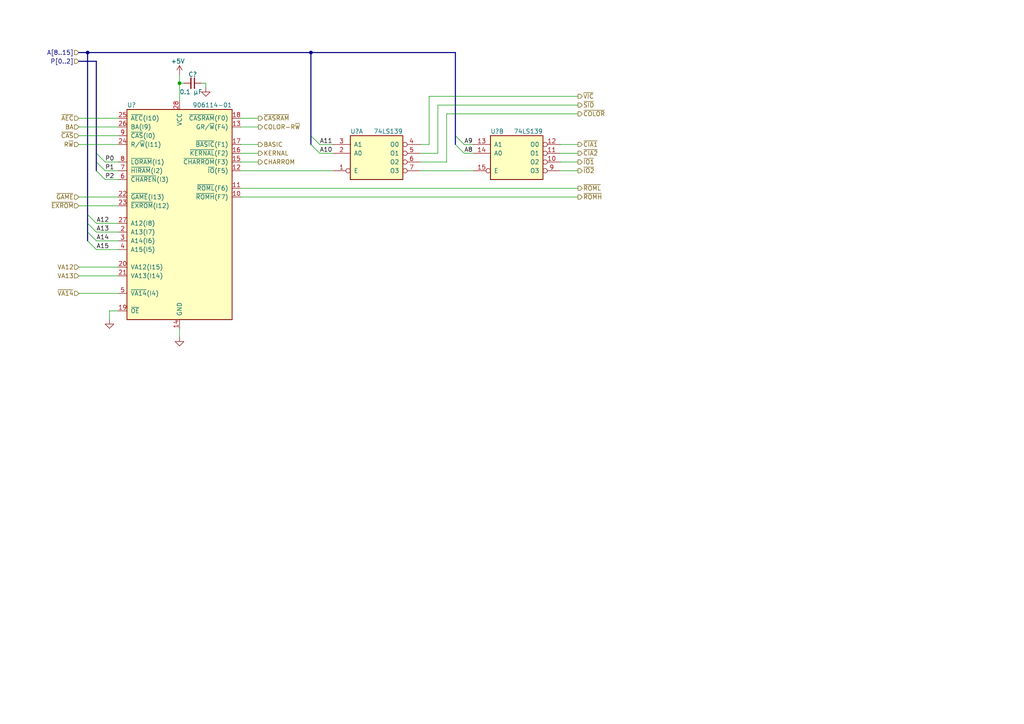
<source format=kicad_sch>
(kicad_sch (version 20231120) (generator "eeschema") (generator_version "8.0")
  (paper "A4")
  (title_block (title "Commodore 64 - Address Decoding (schematic #251469)") (date "2019-08-11") (rev "0.2") (company "Commodore Business Machines, Inc.") (comment 1 "Based on C64/C64C Service Manual (1992-03) pp. 31-32 [PN-314001-03]") (comment 4 "KiCad schematic capture by Cumbayah! <cumbayah@subetha.dk>"))
  (lib_symbols
    (symbol "74xx:74LS139" (pin_names (offset 1.016))
      (property "Reference" "U" (at -7.62 8.89 0))
      (property "Value" "74LS139" (at -7.62 -8.89 0))
      (symbol "74LS139_1_0"
        (pin input inverted (at -12.7 -5.08 0) (length 5.08) (name "E") (number "1"))
        (pin input line (at -12.7 0 0) (length 5.08) (name "A0") (number "2"))
        (pin input line (at -12.7 2.54 0) (length 5.08) (name "A1") (number "3"))
        (pin output inverted (at 12.7 2.54 180) (length 5.08) (name "O0") (number "4"))
        (pin output inverted (at 12.7 0 180) (length 5.08) (name "O1") (number "5"))
        (pin output inverted (at 12.7 -2.54 180) (length 5.08) (name "O2") (number "6"))
        (pin output inverted (at 12.7 -5.08 180) (length 5.08) (name "O3") (number "7"))
      )
      (symbol "74LS139_1_1"
        (rectangle (start -7.62 5.08) (end 7.62 -7.62) (stroke (width 0.254)) (fill (type background)))
      )
      (symbol "74LS139_2_0"
        (pin output inverted (at 12.7 -2.54 180) (length 5.08) (name "O2") (number "10"))
        (pin output inverted (at 12.7 0 180) (length 5.08) (name "O1") (number "11"))
        (pin output inverted (at 12.7 2.54 180) (length 5.08) (name "O0") (number "12"))
        (pin input line (at -12.7 2.54 0) (length 5.08) (name "A1") (number "13"))
        (pin input line (at -12.7 0 0) (length 5.08) (name "A0") (number "14"))
        (pin input inverted (at -12.7 -5.08 0) (length 5.08) (name "E") (number "15"))
        (pin output inverted (at 12.7 -5.08 180) (length 5.08) (name "O3") (number "9"))
      )
      (symbol "74LS139_2_1"
        (rectangle (start -7.62 5.08) (end 7.62 -7.62) (stroke (width 0.254)) (fill (type background)))
      )
      (symbol "74LS139_3_0"
        (pin power_in line (at 0 12.7 270) (length 5.08) (name "VCC") (number "16"))
        (pin power_in line (at 0 -12.7 90) (length 5.08) (name "GND") (number "8"))
      )
      (symbol "74LS139_3_1"
        (rectangle (start -5.08 7.62) (end 5.08 -7.62) (stroke (width 0.254)) (fill (type background)))
      )
    )
    (symbol "C64B-rescue:+5V-power" (power) (pin_names (offset 0))
      (property "Value" "power_+5V" (at 0 3.556 0))
      (symbol "+5V-power_0_1"
        (polyline (pts (xy -0.762 1.27) (xy 0 2.54)))
        (polyline (pts (xy 0 0) (xy 0 2.54)))
        (polyline (pts (xy 0 2.54) (xy 0.762 1.27)))
      )
      (symbol "+5V-power_1_1"
        (pin power_in line (at 0 0 90) (length 0) hide (name "+5V") (number "1"))
      )
    )
    (symbol "C64B-rescue:GND-power" (power) (pin_names (offset 0))
      (property "Value" "power_GND" (at 0 -3.81 0))
      (symbol "GND-power_0_1"
        (polyline (pts (xy 0 0) (xy 0 -1.27) (xy 1.27 -1.27) (xy 0 -2.54) (xy -1.27 -1.27) (xy 0 -1.27)))
      )
      (symbol "GND-power_1_1"
        (pin power_in line (at 0 0 270) (length 0) hide (name "GND") (number "1"))
      )
    )
    (symbol "Device:C_Small" (pin_numbers hide) (pin_names (offset 0.254) hide)
      (property "Reference" "C" (at 0.254 1.778 0))
      (property "Value" "C_Small" (at 0.254 -2.032 0))
      (symbol "C_Small_0_1"
        (polyline (pts (xy -1.524 -0.508) (xy 1.524 -0.508)) (stroke (width 0.3302)))
        (polyline (pts (xy -1.524 0.508) (xy 1.524 0.508)) (stroke (width 0.3048)))
      )
      (symbol "C_Small_1_1"
        (pin passive line (at 0 2.54 270) (length 2.032) (name "~") (number "1"))
        (pin passive line (at 0 -2.54 90) (length 2.032) (name "~") (number "2"))
      )
    )
    (symbol "Memory_Controller_MOSTechnology:906114-01" (pin_names (offset 1.016))
      (property "Reference" "U" (at -15.24 31.75 0))
      (property "Value" "906114-01" (at 15.24 31.75 0))
      (symbol "906114-01_0_1"
        (rectangle (start 15.24 30.48) (end -15.24 -30.48) (stroke (width 0.254)) (fill (type background)))
      )
      (symbol "906114-01_1_1"
        (pin no_connect line (at 15.24 -27.94 180) (length 2.54) hide (name "NC(FE)") (number "1"))
        (pin tri_state line (at 17.78 5.08 180) (length 2.54) (name "~{ROMH}(F7)") (number "10"))
        (pin tri_state line (at 17.78 7.62 180) (length 2.54) (name "~{ROML}(F6)") (number "11"))
        (pin tri_state line (at 17.78 12.7 180) (length 2.54) (name "~{IO}(F5)") (number "12"))
        (pin tri_state line (at 17.78 25.4 180) (length 2.54) (name "GR/~{W}(F4)") (number "13"))
        (pin power_in line (at 0 -33.02 90) (length 2.54) (name "GND") (number "14"))
        (pin tri_state line (at 17.78 15.24 180) (length 2.54) (name "~{CHARROM}(F3)") (number "15"))
        (pin tri_state line (at 17.78 17.78 180) (length 2.54) (name "~{KERNAL}(F2)") (number "16"))
        (pin tri_state line (at 17.78 20.32 180) (length 2.54) (name "~{BASIC}(F1)") (number "17"))
        (pin tri_state line (at 17.78 27.94 180) (length 2.54) (name "~{CASRAM}(F0)") (number "18"))
        (pin input line (at -17.78 -27.94 0) (length 2.54) (name "~{OE}") (number "19"))
        (pin input line (at -17.78 -5.08 0) (length 2.54) (name "A13(I7)") (number "2"))
        (pin input line (at -17.78 -15.24 0) (length 2.54) (name "VA12(I15)") (number "20"))
        (pin input line (at -17.78 -17.78 0) (length 2.54) (name "VA13(I14)") (number "21"))
        (pin input line (at -17.78 5.08 0) (length 2.54) (name "~{GAME}(I13)") (number "22"))
        (pin input line (at -17.78 2.54 0) (length 2.54) (name "~{EXROM}(I12)") (number "23"))
        (pin input line (at -17.78 20.32 0) (length 2.54) (name "R/~{W}(I11)") (number "24"))
        (pin input line (at -17.78 27.94 0) (length 2.54) (name "~{AEC}(I10)") (number "25"))
        (pin input line (at -17.78 25.4 0) (length 2.54) (name "BA(I9)") (number "26"))
        (pin input line (at -17.78 -2.54 0) (length 2.54) (name "A12(I8)") (number "27"))
        (pin power_in line (at 0 33.02 270) (length 2.54) (name "VCC") (number "28"))
        (pin input line (at -17.78 -7.62 0) (length 2.54) (name "A14(I6)") (number "3"))
        (pin input line (at -17.78 -10.16 0) (length 2.54) (name "A15(I5)") (number "4"))
        (pin input line (at -17.78 -22.86 0) (length 2.54) (name "~{VA14}(I4)") (number "5"))
        (pin input line (at -17.78 10.16 0) (length 2.54) (name "~{CHAREN}(I3)") (number "6"))
        (pin input line (at -17.78 12.7 0) (length 2.54) (name "~{HIRAM}(I2)") (number "7"))
        (pin input line (at -17.78 15.24 0) (length 2.54) (name "~{LORAM}(I1)") (number "8"))
        (pin input line (at -17.78 22.86 0) (length 2.54) (name "~{CAS}(I0)") (number "9"))
      )
    )
  )
  (junction (at 52.07 24.13))
  (junction (at 25.4 15.24))
  (junction (at 90.17 15.24))
  (bus_entry (at 27.94 67.31) (size -2.54 -2.54))
  (bus_entry (at 27.94 69.85) (size -2.54 -2.54))
  (bus_entry (at 27.94 64.77) (size -2.54 -2.54))
  (bus_entry (at 30.48 46.99) (size -2.54 -2.54))
  (bus_entry (at 132.08 39.37) (size 2.54 2.54))
  (bus_entry (at 30.48 52.07) (size -2.54 -2.54))
  (bus_entry (at 30.48 49.53) (size -2.54 -2.54))
  (bus_entry (at 27.94 72.39) (size -2.54 -2.54))
  (bus_entry (at 90.17 41.91) (size 2.54 2.54))
  (bus_entry (at 90.17 39.37) (size 2.54 2.54))
  (bus_entry (at 132.08 41.91) (size 2.54 2.54))
  (wire (pts (xy 22.86 57.15) (xy 34.29 57.15)))
  (wire (pts (xy 127 30.48) (xy 127 44.45)))
  (wire (pts (xy 129.54 33.02) (xy 167.64 33.02)))
  (wire (pts (xy 52.07 24.13) (xy 53.34 24.13)))
  (bus (pts (xy 90.17 15.24) (xy 132.08 15.24)))
  (wire (pts (xy 69.85 34.29) (xy 74.93 34.29)))
  (wire (pts (xy 162.56 44.45) (xy 167.64 44.45)))
  (bus (pts (xy 25.4 15.24) (xy 90.17 15.24)))
  (bus (pts (xy 25.4 62.23) (xy 25.4 64.77)))
  (bus (pts (xy 90.17 39.37) (xy 90.17 41.91)))
  (wire (pts (xy 69.85 44.45) (xy 74.93 44.45)))
  (wire (pts (xy 69.85 46.99) (xy 74.93 46.99)))
  (wire (pts (xy 22.86 34.29) (xy 34.29 34.29)))
  (wire (pts (xy 137.16 41.91) (xy 134.62 41.91)))
  (wire (pts (xy 121.92 41.91) (xy 124.46 41.91)))
  (wire (pts (xy 162.56 41.91) (xy 167.64 41.91)))
  (wire (pts (xy 69.85 36.83) (xy 74.93 36.83)))
  (bus (pts (xy 25.4 15.24) (xy 25.4 62.23)))
  (wire (pts (xy 22.86 80.01) (xy 34.29 80.01)))
  (wire (pts (xy 92.71 44.45) (xy 96.52 44.45)))
  (wire (pts (xy 30.48 46.99) (xy 34.29 46.99)))
  (wire (pts (xy 27.94 69.85) (xy 34.29 69.85)))
  (wire (pts (xy 27.94 67.31) (xy 34.29 67.31)))
  (wire (pts (xy 27.94 64.77) (xy 34.29 64.77)))
  (wire (pts (xy 22.86 41.91) (xy 34.29 41.91)))
  (bus (pts (xy 25.4 64.77) (xy 25.4 67.31)))
  (bus (pts (xy 27.94 17.78) (xy 27.94 44.45)))
  (wire (pts (xy 30.48 52.07) (xy 34.29 52.07)))
  (wire (pts (xy 22.86 85.09) (xy 34.29 85.09)))
  (bus (pts (xy 90.17 15.24) (xy 90.17 39.37)))
  (wire (pts (xy 69.85 49.53) (xy 96.52 49.53)))
  (wire (pts (xy 27.94 72.39) (xy 34.29 72.39)))
  (wire (pts (xy 162.56 46.99) (xy 167.64 46.99)))
  (wire (pts (xy 69.85 41.91) (xy 74.93 41.91)))
  (wire (pts (xy 22.86 39.37) (xy 34.29 39.37)))
  (wire (pts (xy 31.75 90.17) (xy 31.75 92.71)))
  (bus (pts (xy 132.08 39.37) (xy 132.08 41.91)))
  (wire (pts (xy 121.92 49.53) (xy 137.16 49.53)))
  (wire (pts (xy 52.07 24.13) (xy 52.07 21.59)))
  (wire (pts (xy 162.56 49.53) (xy 167.64 49.53)))
  (wire (pts (xy 124.46 27.94) (xy 167.64 27.94)))
  (wire (pts (xy 69.85 54.61) (xy 167.64 54.61)))
  (wire (pts (xy 52.07 95.25) (xy 52.07 97.79)))
  (bus (pts (xy 25.4 67.31) (xy 25.4 69.85)))
  (wire (pts (xy 52.07 29.21) (xy 52.07 24.13)))
  (wire (pts (xy 58.42 24.13) (xy 59.69 24.13)))
  (wire (pts (xy 127 30.48) (xy 167.64 30.48)))
  (wire (pts (xy 96.52 41.91) (xy 92.71 41.91)))
  (wire (pts (xy 134.62 44.45) (xy 137.16 44.45)))
  (bus (pts (xy 132.08 15.24) (xy 132.08 39.37)))
  (wire (pts (xy 34.29 90.17) (xy 31.75 90.17)))
  (wire (pts (xy 121.92 46.99) (xy 129.54 46.99)))
  (bus (pts (xy 27.94 44.45) (xy 27.94 46.99)))
  (wire (pts (xy 124.46 27.94) (xy 124.46 41.91)))
  (wire (pts (xy 69.85 57.15) (xy 167.64 57.15)))
  (wire (pts (xy 121.92 44.45) (xy 127 44.45)))
  (bus (pts (xy 25.4 15.24) (xy 22.86 15.24)))
  (wire (pts (xy 59.69 24.13) (xy 59.69 25.4)))
  (bus (pts (xy 27.94 46.99) (xy 27.94 49.53)))
  (bus (pts (xy 22.86 17.78) (xy 27.94 17.78)))
  (wire (pts (xy 22.86 77.47) (xy 34.29 77.47)))
  (wire (pts (xy 30.48 49.53) (xy 34.29 49.53)))
  (wire (pts (xy 129.54 33.02) (xy 129.54 46.99)))
  (wire (pts (xy 22.86 59.69) (xy 34.29 59.69)))
  (wire (pts (xy 22.86 36.83) (xy 34.29 36.83)))
  (label "P2" (at 30.48 52.07 0))
  (label "A8" (at 134.62 44.45 0))
  (label "A14" (at 27.94 69.85 0))
  (label "A10" (at 92.71 44.45 0))
  (label "P1" (at 30.48 49.53 0))
  (label "A11" (at 92.71 41.91 0))
  (label "A9" (at 134.62 41.91 0))
  (label "A15" (at 27.94 72.39 0))
  (label "A12" (at 27.94 64.77 0))
  (label "A13" (at 27.94 67.31 0))
  (label "P0" (at 30.48 46.99 0))
  (hierarchical_label "~{CIA1}" (shape output) (at 167.64 41.91 0))
  (hierarchical_label "~{ROML}" (shape output) (at 167.64 54.61 0))
  (hierarchical_label "~{COLOR}" (shape output) (at 167.64 33.02 0))
  (hierarchical_label "A[8..15]" (shape input) (at 22.86 15.24 180))
  (hierarchical_label "CHARROM" (shape output) (at 74.93 46.99 0))
  (hierarchical_label "~{VIC}" (shape output) (at 167.64 27.94 0))
  (hierarchical_label "~{CASRAM}" (shape output) (at 74.93 34.29 0))
  (hierarchical_label "~{CAS}" (shape input) (at 22.86 39.37 180))
  (hierarchical_label "~{IO1}" (shape output) (at 167.64 46.99 0))
  (hierarchical_label "~{IO2}" (shape output) (at 167.64 49.53 0))
  (hierarchical_label "COLOR-R~{W}" (shape output) (at 74.93 36.83 0))
  (hierarchical_label "VA13" (shape input) (at 22.86 80.01 180))
  (hierarchical_label "~{CIA2}" (shape output) (at 167.64 44.45 0))
  (hierarchical_label "BA" (shape input) (at 22.86 36.83 180))
  (hierarchical_label "~{ROMH}" (shape output) (at 167.64 57.15 0))
  (hierarchical_label "~{SID}" (shape output) (at 167.64 30.48 0))
  (hierarchical_label "BASIC" (shape output) (at 74.93 41.91 0))
  (hierarchical_label "P[0..2]" (shape input) (at 22.86 17.78 180))
  (hierarchical_label "~{EXROM}" (shape input) (at 22.86 59.69 180))
  (hierarchical_label "R~{W}" (shape input) (at 22.86 41.91 180))
  (hierarchical_label "VA12" (shape input) (at 22.86 77.47 180))
  (hierarchical_label "~{VA14}" (shape input) (at 22.86 85.09 180))
  (hierarchical_label "~{GAME}" (shape input) (at 22.86 57.15 180))
  (hierarchical_label "KERNAL" (shape output) (at 74.93 44.45 0))
  (hierarchical_label "~{AEC}" (shape input) (at 22.86 34.29 180))
  (symbol (lib_id "Memory_Controller_MOSTechnology:906114-01") (at 52.07 62.23 0) (unit 1)
    (property "Reference" "U17" (at 36.83 30.48 0) (effects (justify left)))
    (property "Value" "906114-01" (at 67.31 30.48 0) (effects (justify right)))
    (property "Datasheet" "https://archive.org/download/82s100/signetics_82S100_fpla_apr75.pdf" (effects (hide yes)))
    (instances (project "" (path "" (reference "U?") (unit 1)) (path "" (reference "U17") (unit 1))))
  )
  (symbol (lib_id "C64B-rescue:GND-power") (at 52.07 97.79 0) (mirror y) (unit 1)
    (property "Reference" "#PWR?" (effects (hide yes)))
    (property "Value" "GND" (effects (hide yes)))
    (instances (project "" (path "" (reference "#PWR?") (unit 1)) (path "" (reference "#PWR?") (unit 1)) (path "" (reference "#PWR0143") (unit 1))))
  )
  (symbol (lib_id "C64B-rescue:GND-power") (at 31.75 92.71 0) (mirror y) (unit 1)
    (property "Reference" "#PWR?" (effects (hide yes)))
    (property "Value" "GND" (effects (hide yes)))
    (instances (project "" (path "" (reference "#PWR?") (unit 1)) (path "" (reference "#PWR?") (unit 1)) (path "" (reference "#PWR0142") (unit 1))))
  )
  (symbol (lib_id "C64B-rescue:+5V-power") (at 52.07 21.59 0) (unit 1)
    (property "Reference" "#PWR?" (effects (hide yes)))
    (property "Value" "+5V" (at 49.53 17.78 0) (effects (justify left)))
    (instances (project "" (path "" (reference "#PWR?") (unit 1)) (path "" (reference "#PWR?") (unit 1)) (path "" (reference "#PWR0141") (unit 1))))
  )
  (symbol (lib_id "C64B-rescue:GND-power") (at 59.69 25.4 0) (unit 1)
    (property "Reference" "#PWR?" (effects (hide yes)))
    (property "Value" "GND" (effects (hide yes)))
    (instances (project "" (path "" (reference "#PWR?") (unit 1)) (path "" (reference "#PWR?") (unit 1)) (path "" (reference "#PWR0140") (unit 1))))
  )
  (symbol (lib_id "Device:C_Small") (at 55.88 24.13 270) (unit 1)
    (property "Reference" "C?" (at 54.61 21.59 90) (effects (justify left)))
    (property "Value" "0.1 μF" (at 52.07 26.67 90) (effects (justify left)))
    (property "Type" "Ceramic" (effects (hide yes)))
    (property "Voltage Rating" "25V" (effects (hide yes)))
    (instances (project "" (path "" (reference "C?") (unit 1)) (path "" (reference "C?") (unit 1)) (path "" (reference "C33") (unit 1))))
  )
  (symbol (lib_id "74xx:74LS139") (at 109.22 44.45 0) (unit 1)
    (property "Reference" "U15" (at 101.6 38.1 0) (effects (justify left)))
    (property "Value" "74LS139" (at 116.84 38.1 0) (effects (justify right)))
    (property "Datasheet" "http://www.ti.com/lit/gpn/sn74LS139" (effects (hide yes)))
    (instances (project "" (path "" (reference "U?") (unit 1)) (path "" (reference "U15") (unit 1))))
  )
  (symbol (lib_id "74xx:74LS139") (at 149.86 44.45 0) (unit 2)
    (property "Reference" "U15" (at 142.24 38.1 0) (effects (justify left)))
    (property "Value" "74LS139" (at 157.48 38.1 0) (effects (justify right)))
    (property "Datasheet" "http://www.ti.com/lit/gpn/sn74LS139" (effects (hide yes)))
    (instances (project "" (path "" (reference "U?") (unit 2)) (path "" (reference "U15") (unit 2))))
  )
)
</source>
